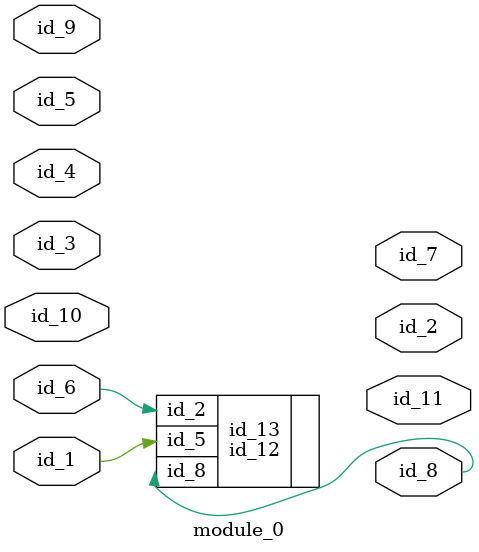
<source format=v>
`timescale 1ps / 1ps
module module_0 (
    id_1,
    id_2,
    id_3,
    id_4,
    id_5,
    id_6,
    id_7,
    id_8,
    id_9,
    id_10,
    id_11
);
  output id_11;
  input id_10;
  input id_9;
  output id_8;
  output id_7;
  input id_6;
  input id_5;
  input id_4;
  input id_3;
  output id_2;
  input id_1;
  id_12 id_13 (
      .id_5(id_10),
      .id_5(id_1),
      .id_2(id_6),
      .id_8(id_8)
  );
  id_14 id_15 (
      .id_6 (id_5),
      .id_10(id_10)
  );
endmodule

</source>
